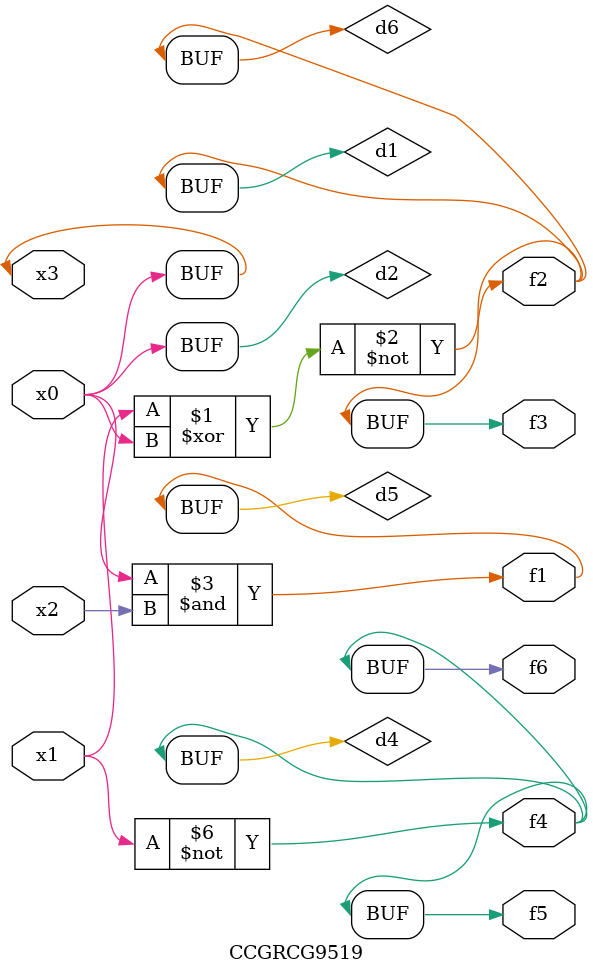
<source format=v>
module CCGRCG9519(
	input x0, x1, x2, x3,
	output f1, f2, f3, f4, f5, f6
);

	wire d1, d2, d3, d4, d5, d6;

	xnor (d1, x1, x3);
	buf (d2, x0, x3);
	nand (d3, x0, x2);
	not (d4, x1);
	nand (d5, d3);
	or (d6, d1);
	assign f1 = d5;
	assign f2 = d6;
	assign f3 = d6;
	assign f4 = d4;
	assign f5 = d4;
	assign f6 = d4;
endmodule

</source>
